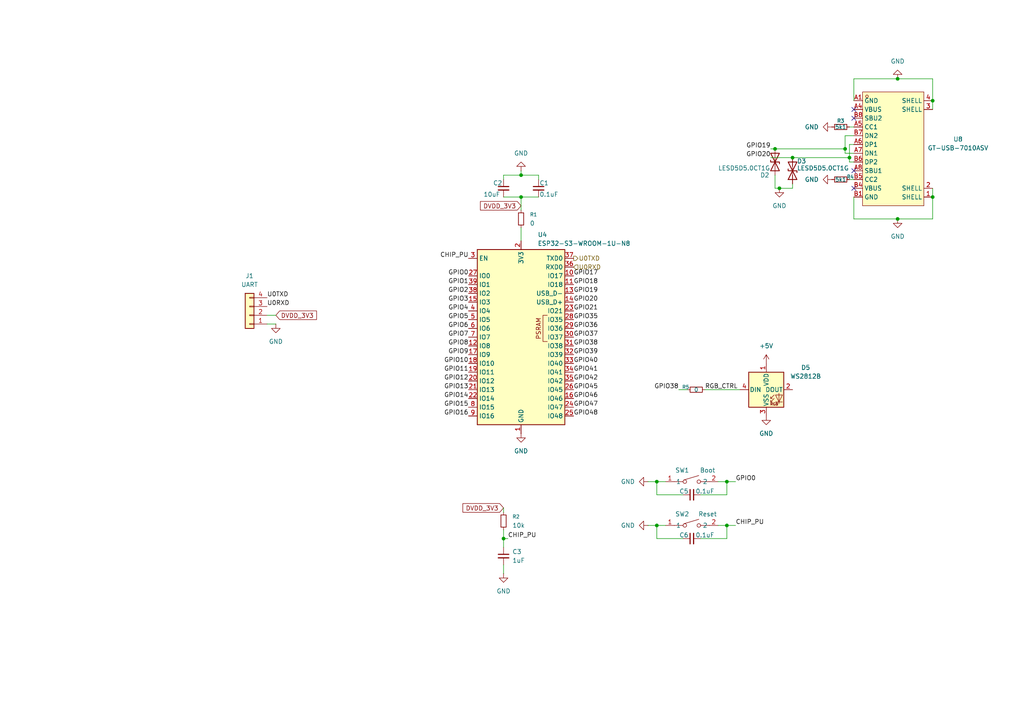
<source format=kicad_sch>
(kicad_sch (version 20250114) (generator "eeschema") (generator_version "9.0")
  (paper "A4")
  (lib_symbols
    (symbol "Connector_Generic:Conn_01x04" (pin_names (offset 1.016) (hide yes))
      (property "Reference" "J" (at 0 5.08 0))
      (property "Value" "Conn_01x04" (at 0 -7.62 0))
      (symbol "Conn_01x04_1_1"
        (rectangle (start -1.27 3.81) (end 1.27 -6.35) (stroke (width 0.254)) (fill (type background)))
        (rectangle (start -1.27 2.667) (end 0 2.413) (stroke (width 0.1524)))
        (rectangle (start -1.27 0.127) (end 0 -0.127) (stroke (width 0.1524)))
        (rectangle (start -1.27 -2.413) (end 0 -2.667) (stroke (width 0.1524)))
        (rectangle (start -1.27 -4.953) (end 0 -5.207) (stroke (width 0.1524)))
        (pin passive line (at -5.08 2.54 0) (length 3.81) (name "Pin_1") (number "1"))
        (pin passive line (at -5.08 0 0) (length 3.81) (name "Pin_2") (number "2"))
        (pin passive line (at -5.08 -2.54 0) (length 3.81) (name "Pin_3") (number "3"))
        (pin passive line (at -5.08 -5.08 0) (length 3.81) (name "Pin_4") (number "4"))
      )
    )
    (symbol "Device:C_Small" (pin_numbers (hide yes)) (pin_names (offset 0.254) (hide yes))
      (property "Reference" "C" (at 0.254 1.778 0))
      (property "Value" "C_Small" (at 0.254 -2.032 0))
      (symbol "C_Small_0_1"
        (polyline (pts (xy -1.524 0.508) (xy 1.524 0.508)) (stroke (width 0.3048)))
        (polyline (pts (xy -1.524 -0.508) (xy 1.524 -0.508)) (stroke (width 0.3302)))
      )
      (symbol "C_Small_1_1"
        (pin passive line (at 0 2.54 270) (length 2.032) (name "~") (number "1"))
        (pin passive line (at 0 -2.54 90) (length 2.032) (name "~") (number "2"))
      )
    )
    (symbol "Device:D_TVS" (pin_numbers (hide yes)) (pin_names (offset 1.016) (hide yes))
      (property "Reference" "D" (at 0 2.54 0))
      (property "Value" "D_TVS" (at 0 -2.54 0))
      (symbol "D_TVS_0_1"
        (polyline (pts (xy -2.54 1.27) (xy -2.54 -1.27) (xy 2.54 1.27) (xy 2.54 -1.27) (xy -2.54 1.27)) (stroke (width 0.254)))
        (polyline (pts (xy 0.508 1.27) (xy 0 1.27) (xy 0 -1.27) (xy -0.508 -1.27)) (stroke (width 0.254)))
        (polyline (pts (xy 1.27 0) (xy -1.27 0)))
      )
      (symbol "D_TVS_1_1"
        (pin passive line (at -3.81 0 0) (length 2.54) (name "A1") (number "1"))
        (pin passive line (at 3.81 0 180) (length 2.54) (name "A2") (number "2"))
      )
    )
    (symbol "Device:R_Small" (pin_numbers (hide yes)) (pin_names (offset 0.254) (hide yes))
      (property "Reference" "R" (at 0 0 90))
      (property "Value" "R_Small" (at 1.778 0 90))
      (symbol "R_Small_0_1"
        (rectangle (start -0.762 1.778) (end 0.762 -1.778) (stroke (width 0.2032)))
      )
      (symbol "R_Small_1_1"
        (pin passive line (at 0 2.54 270) (length 0.762) (name "~") (number "1"))
        (pin passive line (at 0 -2.54 90) (length 0.762) (name "~") (number "2"))
      )
    )
    (symbol "LED:WS2812B" (pin_names (offset 0.254))
      (property "Reference" "D" (at 5.08 5.715 0))
      (property "Value" "WS2812B" (at 1.27 -5.715 0))
      (symbol "WS2812B_0_0"
        (text "RGB" (at 2.286 -4.191 0) (effects (font (size 0.762 0.762))))
      )
      (symbol "WS2812B_0_1"
        (polyline (pts (xy 1.27 -2.54) (xy 1.778 -2.54)))
        (polyline (pts (xy 1.27 -3.556) (xy 1.778 -3.556)))
        (polyline (pts (xy 2.286 -1.524) (xy 1.27 -2.54) (xy 1.27 -2.032)))
        (polyline (pts (xy 2.286 -2.54) (xy 1.27 -3.556) (xy 1.27 -3.048)))
        (polyline (pts (xy 3.683 -1.016) (xy 3.683 -3.556) (xy 3.683 -4.064)))
        (polyline (pts (xy 4.699 -1.524) (xy 2.667 -1.524) (xy 3.683 -3.556) (xy 4.699 -1.524)))
        (polyline (pts (xy 4.699 -3.556) (xy 2.667 -3.556)))
        (rectangle (start 5.08 5.08) (end -5.08 -5.08) (stroke (width 0.254)) (fill (type background)))
      )
      (symbol "WS2812B_1_1"
        (pin input line (at -7.62 0 0) (length 2.54) (name "DIN") (number "4"))
        (pin power_in line (at 0 7.62 270) (length 2.54) (name "VDD") (number "1"))
        (pin power_in line (at 0 -7.62 90) (length 2.54) (name "VSS") (number "3"))
        (pin output line (at 7.62 0 180) (length 2.54) (name "DOUT") (number "2"))
      )
    )
    (symbol "RF_Module:ESP32-S3-WROOM-1"
      (property "Reference" "U" (at -12.7 26.67 0))
      (property "Value" "ESP32-S3-WROOM-1" (at 12.7 26.67 0))
      (symbol "ESP32-S3-WROOM-1_0_0"
        (rectangle (start -12.7 25.4) (end 12.7 -25.4) (stroke (width 0.254)) (fill (type background)))
        (text "PSRAM" (at 5.08 2.54 900) (effects (font (size 1.27 1.27))))
      )
      (symbol "ESP32-S3-WROOM-1_0_1"
        (polyline (pts (xy 7.62 -1.27) (xy 6.35 -1.27) (xy 6.35 6.35) (xy 7.62 6.35)))
      )
      (symbol "ESP32-S3-WROOM-1_1_1"
        (pin input line (at -15.24 22.86 0) (length 2.54) (name "EN") (number "3"))
        (pin bidirectional line (at -15.24 17.78 0) (length 2.54) (name "IO0") (number "27"))
        (pin bidirectional line (at -15.24 15.24 0) (length 2.54) (name "IO1") (number "39"))
        (pin bidirectional line (at -15.24 12.7 0) (length 2.54) (name "IO2") (number "38"))
        (pin bidirectional line (at -15.24 10.16 0) (length 2.54) (name "IO3") (number "15"))
        (pin bidirectional line (at -15.24 7.62 0) (length 2.54) (name "IO4") (number "4"))
        (pin bidirectional line (at -15.24 5.08 0) (length 2.54) (name "IO5") (number "5"))
        (pin bidirectional line (at -15.24 2.54 0) (length 2.54) (name "IO6") (number "6"))
        (pin bidirectional line (at -15.24 0 0) (length 2.54) (name "IO7") (number "7"))
        (pin bidirectional line (at -15.24 -2.54 0) (length 2.54) (name "IO8") (number "12"))
        (pin bidirectional line (at -15.24 -5.08 0) (length 2.54) (name "IO9") (number "17"))
        (pin bidirectional line (at -15.24 -7.62 0) (length 2.54) (name "IO10") (number "18"))
        (pin bidirectional line (at -15.24 -10.16 0) (length 2.54) (name "IO11") (number "19"))
        (pin bidirectional line (at -15.24 -12.7 0) (length 2.54) (name "IO12") (number "20"))
        (pin bidirectional line (at -15.24 -15.24 0) (length 2.54) (name "IO13") (number "21"))
        (pin bidirectional line (at -15.24 -17.78 0) (length 2.54) (name "IO14") (number "22"))
        (pin bidirectional line (at -15.24 -20.32 0) (length 2.54) (name "IO15") (number "8"))
        (pin bidirectional line (at -15.24 -22.86 0) (length 2.54) (name "IO16") (number "9"))
        (pin power_in line (at 0 27.94 270) (length 2.54) (name "3V3") (number "2"))
        (pin power_in line (at 0 -27.94 90) (length 2.54) (name "GND") (number "1"))
        (pin passive line (at 0 -27.94 90) (length 2.54) (hide yes) (name "GND") (number "40"))
        (pin passive line (at 0 -27.94 90) (length 2.54) (hide yes) (name "GND") (number "41"))
        (pin bidirectional line (at 15.24 22.86 180) (length 2.54) (name "TXD0") (number "37"))
        (pin bidirectional line (at 15.24 20.32 180) (length 2.54) (name "RXD0") (number "36"))
        (pin bidirectional line (at 15.24 17.78 180) (length 2.54) (name "IO17") (number "10"))
        (pin bidirectional line (at 15.24 15.24 180) (length 2.54) (name "IO18") (number "11"))
        (pin bidirectional line (at 15.24 12.7 180) (length 2.54) (name "USB_D-") (number "13"))
        (pin bidirectional line (at 15.24 10.16 180) (length 2.54) (name "USB_D+") (number "14"))
        (pin bidirectional line (at 15.24 7.62 180) (length 2.54) (name "IO21") (number "23"))
        (pin bidirectional line (at 15.24 5.08 180) (length 2.54) (name "IO35") (number "28"))
        (pin bidirectional line (at 15.24 2.54 180) (length 2.54) (name "IO36") (number "29"))
        (pin bidirectional line (at 15.24 0 180) (length 2.54) (name "IO37") (number "30"))
        (pin bidirectional line (at 15.24 -2.54 180) (length 2.54) (name "IO38") (number "31"))
        (pin bidirectional line (at 15.24 -5.08 180) (length 2.54) (name "IO39") (number "32"))
        (pin bidirectional line (at 15.24 -7.62 180) (length 2.54) (name "IO40") (number "33"))
        (pin bidirectional line (at 15.24 -10.16 180) (length 2.54) (name "IO41") (number "34"))
        (pin bidirectional line (at 15.24 -12.7 180) (length 2.54) (name "IO42") (number "35"))
        (pin bidirectional line (at 15.24 -15.24 180) (length 2.54) (name "IO45") (number "26"))
        (pin bidirectional line (at 15.24 -17.78 180) (length 2.54) (name "IO46") (number "16"))
        (pin bidirectional line (at 15.24 -20.32 180) (length 2.54) (name "IO47") (number "24"))
        (pin bidirectional line (at 15.24 -22.86 180) (length 2.54) (name "IO48") (number "25"))
      )
    )
    (symbol "easyeda2kicad:GT-USB-7010ASV"
      (property "Reference" "U" (at 0 20.32 0))
      (property "Value" "GT-USB-7010ASV" (at 0 -17.78 0))
      (symbol "GT-USB-7010ASV_0_1"
        (rectangle (start -10.16 17.78) (end 7.62 -15.24) (fill (type background)))
        (circle (center -8.89 16.51) (radius 0.38))
        (pin unspecified line (at -12.7 10.16 0) (length 2.54) (name "SBU2") (number "B8"))
        (pin unspecified line (at -12.7 7.62 0) (length 2.54) (name "CC1") (number "A5"))
        (pin unspecified line (at -12.7 5.08 0) (length 2.54) (name "DN2") (number "B7"))
        (pin unspecified line (at -12.7 2.54 0) (length 2.54) (name "DP1") (number "A6"))
        (pin unspecified line (at -12.7 0 0) (length 2.54) (name "DN1") (number "A7"))
        (pin unspecified line (at -12.7 -2.54 0) (length 2.54) (name "DP2") (number "B6"))
        (pin unspecified line (at -12.7 -5.08 0) (length 2.54) (name "SBU1") (number "A8"))
        (pin unspecified line (at -12.7 -7.62 0) (length 2.54) (name "CC2") (number "B5"))
        (pin unspecified line (at 10.16 15.24 180) (length 2.54) (name "SHELL") (number "4"))
        (pin unspecified line (at 10.16 12.7 180) (length 2.54) (name "SHELL") (number "3"))
        (pin unspecified line (at 10.16 -10.16 180) (length 2.54) (name "SHELL") (number "2"))
        (pin unspecified line (at 10.16 -12.7 180) (length 2.54) (name "SHELL") (number "1"))
      )
      (symbol "GT-USB-7010ASV_1_1"
        (pin unspecified line (at -12.7 15.24 0) (length 2.54) (name "GND") (number "A1"))
        (pin unspecified line (at -12.7 12.7 0) (length 2.54) (name "VBUS") (number "A4"))
        (pin unspecified line (at -12.7 -10.16 0) (length 2.54) (name "VBUS") (number "B4"))
        (pin unspecified line (at -12.7 -12.7 0) (length 2.54) (name "GND") (number "B1"))
      )
    )
    (symbol "easyeda2kicad:TS-1088-AR02016"
      (property "Reference" "SW" (at 0 5.08 0))
      (property "Value" "TS-1088-AR02016" (at 0 -5.08 0))
      (symbol "TS-1088-AR02016_0_1"
        (polyline (pts (xy -5.08 0) (xy -2.54 0)))
        (polyline (pts (xy -2.29 0.51) (xy 2.03 1.78)))
        (circle (center -2.03 0) (radius 0.51))
        (circle (center 2.03 0) (radius 0.51))
        (polyline (pts (xy 5.08 0) (xy 2.54 0)))
        (pin unspecified line (at -7.62 0 0) (length 2.54) (name "1") (number "1"))
        (pin unspecified line (at 7.62 0 180) (length 2.54) (name "2") (number "2"))
      )
    )
    (symbol "power:+5V" (power) (pin_numbers (hide yes)) (pin_names (offset 0) (hide yes))
      (property "Value" "+5V" (at 0 3.556 0))
      (symbol "+5V_0_1"
        (polyline (pts (xy -0.762 1.27) (xy 0 2.54)))
        (polyline (pts (xy 0 2.54) (xy 0.762 1.27)))
        (polyline (pts (xy 0 0) (xy 0 2.54)))
      )
      (symbol "+5V_1_1"
        (pin power_in line (at 0 0 90) (length 0) (name "~") (number "1"))
      )
    )
    (symbol "power:GND" (power) (pin_numbers (hide yes)) (pin_names (offset 0) (hide yes))
      (property "Value" "GND" (at 0 -3.81 0))
      (symbol "GND_0_1"
        (polyline (pts (xy 0 0) (xy 0 -1.27) (xy 1.27 -1.27) (xy 0 -2.54) (xy -1.27 -1.27) (xy 0 -1.27)))
      )
      (symbol "GND_1_1"
        (pin power_in line (at 0 0 270) (length 0) (name "~") (number "1"))
      )
    )
  )
  (junction (at 146.05 156.21))
  (junction (at 245.11 43.18))
  (junction (at 270.51 29.21))
  (junction (at 260.35 22.86))
  (junction (at 210.82 152.4))
  (junction (at 190.5 139.7))
  (junction (at 229.87 45.72))
  (junction (at 260.35 63.5))
  (junction (at 210.82 139.7))
  (junction (at 270.51 57.15))
  (junction (at 224.79 43.18))
  (junction (at 151.13 57.15))
  (junction (at 246.38 45.72))
  (junction (at 226.06 54.61))
  (junction (at 151.13 50.8))
  (junction (at 190.5 152.4))
  (no_connect (at 247.65 54.61))
  (no_connect (at 247.65 34.29))
  (no_connect (at 247.65 49.53))
  (no_connect (at 247.65 31.75))
  (wire (pts (xy 210.82 152.4) (xy 208.28 152.4)))
  (wire (pts (xy 245.11 39.37) (xy 245.11 43.18)))
  (wire (pts (xy 226.06 54.61) (xy 224.79 54.61)))
  (wire (pts (xy 247.65 29.21) (xy 247.65 22.86)))
  (wire (pts (xy 146.05 163.83) (xy 146.05 166.37)))
  (wire (pts (xy 151.13 57.15) (xy 156.21 57.15)))
  (wire (pts (xy 223.52 43.18) (xy 224.79 43.18)))
  (wire (pts (xy 246.38 46.99) (xy 246.38 45.72)))
  (wire (pts (xy 147.32 156.21) (xy 146.05 156.21)))
  (wire (pts (xy 77.47 91.44) (xy 80.01 91.44)))
  (wire (pts (xy 187.96 139.7) (xy 190.5 139.7)))
  (wire (pts (xy 190.5 156.21) (xy 190.5 152.4)))
  (wire (pts (xy 196.85 113.03) (xy 199.39 113.03)))
  (wire (pts (xy 146.05 57.15) (xy 151.13 57.15)))
  (wire (pts (xy 190.5 143.51) (xy 190.5 139.7)))
  (wire (pts (xy 246.38 36.83) (xy 247.65 36.83)))
  (wire (pts (xy 245.11 44.45) (xy 247.65 44.45)))
  (wire (pts (xy 270.51 22.86) (xy 270.51 29.21)))
  (wire (pts (xy 246.38 41.91) (xy 247.65 41.91)))
  (wire (pts (xy 151.13 57.15) (xy 151.13 60.96)))
  (wire (pts (xy 213.36 139.7) (xy 210.82 139.7)))
  (wire (pts (xy 270.51 29.21) (xy 270.51 31.75)))
  (wire (pts (xy 187.96 152.4) (xy 190.5 152.4)))
  (wire (pts (xy 229.87 45.72) (xy 246.38 45.72)))
  (wire (pts (xy 247.65 46.99) (xy 246.38 46.99)))
  (wire (pts (xy 223.52 45.72) (xy 229.87 45.72)))
  (wire (pts (xy 224.79 50.8) (xy 224.79 54.61)))
  (wire (pts (xy 198.12 143.51) (xy 190.5 143.51)))
  (wire (pts (xy 190.5 139.7) (xy 193.04 139.7)))
  (wire (pts (xy 146.05 50.8) (xy 146.05 52.07)))
  (wire (pts (xy 198.12 156.21) (xy 190.5 156.21)))
  (wire (pts (xy 146.05 156.21) (xy 146.05 158.75)))
  (wire (pts (xy 203.2 143.51) (xy 210.82 143.51)))
  (wire (pts (xy 260.35 63.5) (xy 270.51 63.5)))
  (wire (pts (xy 247.65 63.5) (xy 260.35 63.5)))
  (wire (pts (xy 151.13 50.8) (xy 156.21 50.8)))
  (wire (pts (xy 247.65 39.37) (xy 245.11 39.37)))
  (wire (pts (xy 203.2 156.21) (xy 210.82 156.21)))
  (wire (pts (xy 210.82 156.21) (xy 210.82 152.4)))
  (wire (pts (xy 270.51 57.15) (xy 270.51 54.61)))
  (wire (pts (xy 210.82 143.51) (xy 210.82 139.7)))
  (wire (pts (xy 224.79 43.18) (xy 245.11 43.18)))
  (wire (pts (xy 246.38 52.07) (xy 247.65 52.07)))
  (wire (pts (xy 77.47 93.98) (xy 80.01 93.98)))
  (wire (pts (xy 260.35 22.86) (xy 270.51 22.86)))
  (wire (pts (xy 151.13 66.04) (xy 151.13 69.85)))
  (wire (pts (xy 146.05 156.21) (xy 146.05 153.67)))
  (wire (pts (xy 247.65 22.86) (xy 260.35 22.86)))
  (wire (pts (xy 213.36 152.4) (xy 210.82 152.4)))
  (wire (pts (xy 156.21 50.8) (xy 156.21 52.07)))
  (wire (pts (xy 246.38 45.72) (xy 246.38 41.91)))
  (wire (pts (xy 245.11 43.18) (xy 245.11 44.45)))
  (wire (pts (xy 210.82 139.7) (xy 208.28 139.7)))
  (wire (pts (xy 270.51 63.5) (xy 270.51 57.15)))
  (wire (pts (xy 229.87 54.61) (xy 226.06 54.61)))
  (wire (pts (xy 146.05 147.32) (xy 146.05 148.59)))
  (wire (pts (xy 247.65 57.15) (xy 247.65 63.5)))
  (wire (pts (xy 229.87 53.34) (xy 229.87 54.61)))
  (wire (pts (xy 151.13 50.8) (xy 151.13 49.53)))
  (wire (pts (xy 204.47 113.03) (xy 214.63 113.03)))
  (wire (pts (xy 190.5 152.4) (xy 193.04 152.4)))
  (wire (pts (xy 146.05 50.8) (xy 151.13 50.8)))
  (label "GPIO16" (at 135.89 120.65 180))
  (label "GPIO14" (at 135.89 115.57 180))
  (label "GPIO0" (at 213.36 139.7 0))
  (label "U0RXD" (at 77.47 88.9 0))
  (label "RGB_CTRL" (at 204.47 113.03 0))
  (label "GPIO2" (at 135.89 85.09 180))
  (label "GPIO3" (at 135.89 87.63 180))
  (label "GPIO36" (at 166.37 95.25 0))
  (label "GPIO45" (at 166.37 113.03 0))
  (label "GPIO6" (at 135.89 95.25 180))
  (label "CHIP_PU" (at 147.32 156.21 0))
  (label "GPIO8" (at 135.89 100.33 180))
  (label "GPIO4" (at 135.89 90.17 180))
  (label "GPIO19" (at 223.52 43.18 180))
  (label "GPIO47" (at 166.37 118.11 0))
  (label "GPIO38" (at 166.37 100.33 0))
  (label "GPIO7" (at 135.89 97.79 180))
  (label "CHIP_PU" (at 135.89 74.93 180))
  (label "GPIO13" (at 135.89 113.03 180))
  (label "GPIO18" (at 166.37 82.55 0))
  (label "GPIO21" (at 166.37 90.17 0))
  (label "GPIO9" (at 135.89 102.87 180))
  (label "GPIO38" (at 196.85 113.03 180))
  (label "GPIO39" (at 166.37 102.87 0))
  (label "GPIO48" (at 166.37 120.65 0))
  (label "GPIO19" (at 166.37 85.09 0))
  (label "GPIO17" (at 166.37 80.01 0))
  (label "GPIO20" (at 223.52 45.72 180))
  (label "GPIO46" (at 166.37 115.57 0))
  (label "U0TXD" (at 77.47 86.36 0))
  (label "GPIO1" (at 135.89 82.55 180))
  (label "GPIO20" (at 166.37 87.63 0))
  (label "CHIP_PU" (at 213.36 152.4 0))
  (label "GPIO12" (at 135.89 110.49 180))
  (label "GPIO37" (at 166.37 97.79 0))
  (label "GPIO35" (at 166.37 92.71 0))
  (label "GPIO0" (at 135.89 80.01 180))
  (label "GPIO42" (at 166.37 110.49 0))
  (label "GPIO15" (at 135.89 118.11 180))
  (label "GPIO5" (at 135.89 92.71 180))
  (label "GPIO41" (at 166.37 107.95 0))
  (label "GPIO11" (at 135.89 107.95 180))
  (label "GPIO10" (at 135.89 105.41 180))
  (label "GPIO40" (at 166.37 105.41 0))
  (global_label "DVDD_3V3" (shape input) (at 80.01 91.44 0) (property "Intersheetrefs" "${INTERSHEET_REFS}" (effects (hide yes))))
  (global_label "DVDD_3V3" (shape input) (at 151.13 59.69 180) (property "Intersheetrefs" "${INTERSHEET_REFS}" (effects (hide yes))))
  (global_label "DVDD_3V3" (shape input) (at 146.05 147.32 180) (property "Intersheetrefs" "${INTERSHEET_REFS}" (effects (hide yes))))
  (hierarchical_label "U0RXD" (shape input) (at 166.37 77.47 0))
  (hierarchical_label "U0TXD" (shape output) (at 166.37 74.93 0))
  (symbol (lib_id "Device:R_Small") (at 201.93 113.03 90) (unit 1)
    (property "Reference" "R5" (at 198.882 112.268 90) (effects (font (size 1.016 1.016))))
    (property "Value" "0" (at 201.93 113.03 90) (effects (font (size 1.143 1.143))))
    (property "Description" "Resistor, small symbol" (effects (hide yes)))
  )
  (symbol (lib_id "Device:R_Small") (at 146.05 151.13 0) (unit 1)
    (property "Reference" "R2" (at 148.59 149.8599 0) (effects (font (size 1.016 1.016)) (justify left)))
    (property "Value" "10k" (at 148.59 152.3999 0) (effects (justify left)))
    (property "Description" "Resistor, small symbol" (effects (hide yes)))
  )
  (symbol (lib_id "power:+5V") (at 222.25 105.41 0) (unit 1)
    (property "Reference" "#PWR011" (effects (hide yes)))
    (property "Value" "+5V" (at 222.25 100.33 0))
    (property "Description" "Power symbol creates a global label with name \"+5V\"" (effects (hide yes)))
  )
  (symbol (lib_id "LED:WS2812B") (at 222.25 113.03 0) (unit 1)
    (property "Reference" "D5" (at 233.68 106.6098 0))
    (property "Value" "WS2812B" (at 233.68 109.1498 0))
    (property "Footprint" "LED_SMD:LED_WS2812B_PLCC4_5.0x5.0mm_P3.2mm" (effects (hide yes)))
    (property "Datasheet" "https://cdn-shop.adafruit.com/datasheets/WS2812B.pdf" (effects (hide yes)))
    (property "Description" "RGB LED with integrated controller" (effects (hide yes)))
  )
  (symbol (lib_id "power:GND") (at 187.96 152.4 270) (unit 1)
    (property "Reference" "#PWR018" (effects (hide yes)))
    (property "Value" "GND" (at 184.15 152.3999 90) (effects (justify right)))
    (property "Description" "Power symbol creates a global label with name \"GND\" , ground" (effects (hide yes)))
  )
  (symbol (lib_id "Device:D_TVS") (at 224.79 46.99 90) (unit 1)
    (property "Reference" "D2" (at 220.472 50.8 90) (effects (justify right)))
    (property "Value" "LESD5D5.0CT1G" (at 208.28 48.768 90) (effects (justify right)))
    (property "Footprint" "Diode_SMD:D_SOD-523" (effects (hide yes)))
    (property "Description" "Bidirectional transient-voltage-suppression diode" (effects (hide yes)))
  )
  (symbol (lib_id "power:GND") (at 241.3 52.07 270) (unit 1)
    (property "Reference" "#PWR010" (effects (hide yes)))
    (property "Value" "GND" (at 237.49 52.0699 90) (effects (justify right)))
    (property "Description" "Power symbol creates a global label with name \"GND\" , ground" (effects (hide yes)))
  )
  (symbol (lib_id "Connector_Generic:Conn_01x04") (at 72.39 91.44 180) (unit 1)
    (property "Reference" "J1" (at 72.39 80.01 0))
    (property "Value" "UART" (at 72.39 82.55 0))
    (property "Description" "Generic connector, single row, 01x04, script generated (kicad-library-utils/schlib/autogen/connector/)" (effects (hide yes)))
  )
  (symbol (lib_id "power:GND") (at 260.35 63.5 0) (unit 1)
    (property "Reference" "#PWR05" (effects (hide yes)))
    (property "Value" "GND" (at 260.35 68.58 0))
    (property "Description" "Power symbol creates a global label with name \"GND\" , ground" (effects (hide yes)))
  )
  (symbol (lib_id "Device:C_Small") (at 146.05 54.61 0) (unit 1)
    (property "Reference" "C2" (at 143.002 53.086 0) (effects (justify left)))
    (property "Value" "10uF" (at 140.208 56.388 0) (effects (justify left)))
    (property "Description" "Unpolarized capacitor, small symbol" (effects (hide yes)))
  )
  (symbol (lib_id "power:GND") (at 80.01 93.98 0) (unit 1)
    (property "Reference" "#PWR026" (effects (hide yes)))
    (property "Value" "GND" (at 80.01 99.06 0))
    (property "Description" "Power symbol creates a global label with name \"GND\" , ground" (effects (hide yes)))
  )
  (symbol (lib_id "power:GND") (at 260.35 22.86 180) (unit 1)
    (property "Reference" "#PWR06" (effects (hide yes)))
    (property "Value" "GND" (at 260.35 17.78 0))
    (property "Description" "Power symbol creates a global label with name \"GND\" , ground" (effects (hide yes)))
  )
  (symbol (lib_id "Device:R_Small") (at 243.84 52.07 90) (unit 1)
    (property "Reference" "R4" (at 246.634 51.308 90) (effects (font (size 1.016 1.016))))
    (property "Value" "5k1" (at 243.84 52.07 90) (effects (font (size 1.143 1.143))))
    (property "Description" "Resistor, small symbol" (effects (hide yes)))
  )
  (symbol (lib_id "RF_Module:ESP32-S3-WROOM-1") (at 151.13 97.79 0) (unit 1)
    (property "Reference" "U4" (at 155.956 68.072 0) (effects (justify left)))
    (property "Value" "ESP32-S3-WROOM-1U-N8" (at 155.956 70.612 0) (effects (justify left)))
    (property "Footprint" "RF_Module:ESP32-S3-WROOM-1" (effects (hide yes)))
    (property "Datasheet" "https://www.espressif.com/sites/default/files/documentation/esp32-s3-wroom-1_wroom-1u_datasheet_en.pdf" (effects (hide yes)))
    (property "Description" "RF Module, ESP32-S3 SoC, Wi-Fi 802.11b/g/n, Bluetooth, BLE, 32-bit, 3.3V, onboard antenna, SMD" (effects (hide yes)))
  )
  (symbol (lib_id "power:GND") (at 241.3 36.83 270) (unit 1)
    (property "Reference" "#PWR09" (effects (hide yes)))
    (property "Value" "GND" (at 237.49 36.8299 90) (effects (justify right)))
    (property "Description" "Power symbol creates a global label with name \"GND\" , ground" (effects (hide yes)))
  )
  (symbol (lib_id "Device:C_Small") (at 146.05 161.29 0) (unit 1)
    (property "Reference" "C3" (at 148.59 160.0262 0) (effects (justify left)))
    (property "Value" "1uF" (at 148.59 162.5662 0) (effects (justify left)))
    (property "Description" "Unpolarized capacitor, small symbol" (effects (hide yes)))
  )
  (symbol (lib_id "easyeda2kicad:TS-1088-AR02016") (at 200.66 139.7 0) (unit 1)
    (property "Reference" "SW1" (at 197.866 136.398 0))
    (property "Value" "Boot" (at 205.232 136.398 0))
    (property "Footprint" "easyeda2kicad:SW-SMD_L3.9-W3.0-P4.45" (effects (hide yes)))
    (property "Datasheet" "https://lcsc.com/product-detail/Tactile-Switches_XUNPU-TS-1088-AR02016_C720477.html" (effects (hide yes)))
    (property "LCSC Part" "C720477" (effects (hide yes)))
  )
  (symbol (lib_id "power:GND") (at 146.05 166.37 0) (unit 1)
    (property "Reference" "#PWR04" (effects (hide yes)))
    (property "Value" "GND" (at 146.05 171.45 0))
    (property "Description" "Power symbol creates a global label with name \"GND\" , ground" (effects (hide yes)))
  )
  (symbol (lib_id "easyeda2kicad:GT-USB-7010ASV") (at 260.35 44.45 0) (unit 1)
    (property "Reference" "U8" (at 277.876 40.386 0))
    (property "Value" "GT-USB-7010ASV" (at 277.876 42.926 0))
    (property "Footprint" "easyeda2kicad:USB-C-SMD_G-SWITCH_GT-USB-7010ASV" (effects (hide yes)))
    (property "LCSC Part" "C2988369" (effects (hide yes)))
  )
  (symbol (lib_id "Device:R_Small") (at 151.13 63.5 0) (unit 1)
    (property "Reference" "R1" (at 153.67 62.2299 0) (effects (font (size 1.016 1.016)) (justify left)))
    (property "Value" "0" (at 153.67 64.7699 0) (effects (justify left)))
    (property "Description" "Resistor, small symbol" (effects (hide yes)))
  )
  (symbol (lib_id "easyeda2kicad:TS-1088-AR02016") (at 200.66 152.4 0) (unit 1)
    (property "Reference" "SW2" (at 197.866 149.098 0))
    (property "Value" "Reset" (at 205.232 149.098 0))
    (property "Footprint" "easyeda2kicad:SW-SMD_L3.9-W3.0-P4.45" (effects (hide yes)))
    (property "Datasheet" "https://lcsc.com/product-detail/Tactile-Switches_XUNPU-TS-1088-AR02016_C720477.html" (effects (hide yes)))
    (property "LCSC Part" "C720477" (effects (hide yes)))
  )
  (symbol (lib_id "power:GND") (at 226.06 54.61 0) (unit 1)
    (property "Reference" "#PWR014" (effects (hide yes)))
    (property "Value" "GND" (at 226.06 59.69 0))
    (property "Description" "Power symbol creates a global label with name \"GND\" , ground" (effects (hide yes)))
  )
  (symbol (lib_id "Device:C_Small") (at 200.66 156.21 90) (unit 1)
    (property "Reference" "C6" (at 198.374 155.194 90))
    (property "Value" "0.1uF" (at 204.47 155.194 90))
    (property "Description" "Unpolarized capacitor, small symbol" (effects (hide yes)))
  )
  (symbol (lib_id "power:GND") (at 151.13 125.73 0) (unit 1)
    (property "Reference" "#PWR01" (effects (hide yes)))
    (property "Value" "GND" (at 151.13 130.81 0))
    (property "Description" "Power symbol creates a global label with name \"GND\" , ground" (effects (hide yes)))
  )
  (symbol (lib_id "power:GND") (at 151.13 49.53 180) (unit 1)
    (property "Reference" "#PWR02" (effects (hide yes)))
    (property "Value" "GND" (at 151.13 44.45 0))
    (property "Description" "Power symbol creates a global label with name \"GND\" , ground" (effects (hide yes)))
  )
  (symbol (lib_id "Device:C_Small") (at 200.66 143.51 90) (unit 1)
    (property "Reference" "C5" (at 198.374 142.494 90))
    (property "Value" "0.1uF" (at 204.47 142.494 90))
    (property "Description" "Unpolarized capacitor, small symbol" (effects (hide yes)))
  )
  (symbol (lib_id "Device:D_TVS") (at 229.87 49.53 90) (unit 1)
    (property "Reference" "D3" (at 231.14 46.736 90) (effects (justify right)))
    (property "Value" "LESD5D5.0CT1G" (at 231.14 48.768 90) (effects (justify right)))
    (property "Footprint" "Diode_SMD:D_SOD-523" (effects (hide yes)))
    (property "Description" "Bidirectional transient-voltage-suppression diode" (effects (hide yes)))
  )
  (symbol (lib_id "power:GND") (at 222.25 120.65 0) (unit 1)
    (property "Reference" "#PWR016" (effects (hide yes)))
    (property "Value" "GND" (at 222.25 125.73 0))
    (property "Description" "Power symbol creates a global label with name \"GND\" , ground" (effects (hide yes)))
  )
  (symbol (lib_id "power:GND") (at 187.96 139.7 270) (unit 1)
    (property "Reference" "#PWR017" (effects (hide yes)))
    (property "Value" "GND" (at 184.15 139.6999 90) (effects (justify right)))
    (property "Description" "Power symbol creates a global label with name \"GND\" , ground" (effects (hide yes)))
  )
  (symbol (lib_id "Device:R_Small") (at 243.84 36.83 90) (unit 1)
    (property "Reference" "R3" (at 243.84 35.052 90) (effects (font (size 1.016 1.016))))
    (property "Value" "5k1" (at 243.84 36.83 90) (effects (font (size 1.143 1.143))))
    (property "Description" "Resistor, small symbol" (effects (hide yes)))
  )
  (symbol (lib_id "Device:C_Small") (at 156.21 54.61 0) (unit 1)
    (property "Reference" "C1" (at 156.464 53.086 0) (effects (justify left)))
    (property "Value" "0.1uF" (at 156.464 56.388 0) (effects (justify left)))
    (property "Description" "Unpolarized capacitor, small symbol" (effects (hide yes)))
  )
)
</source>
